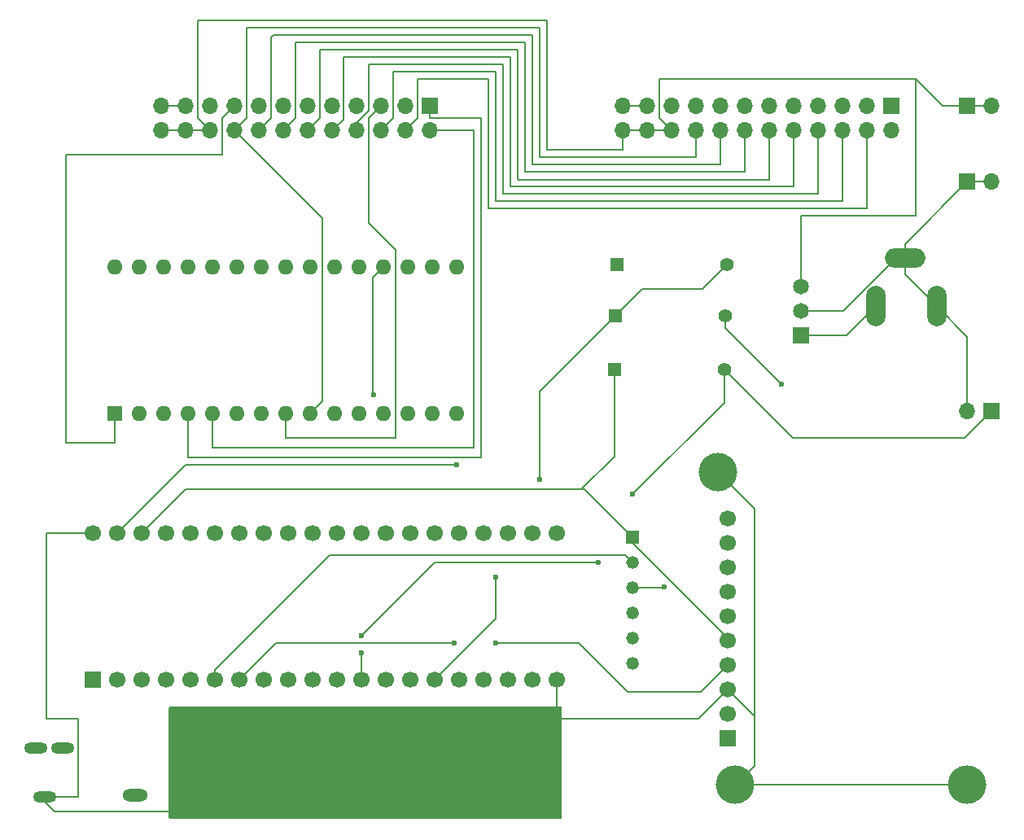
<source format=gbr>
%TF.GenerationSoftware,KiCad,Pcbnew,8.0.6*%
%TF.CreationDate,2025-09-07T21:00:42+02:00*%
%TF.ProjectId,main_board,6d61696e-5f62-46f6-9172-642e6b696361,rev?*%
%TF.SameCoordinates,Original*%
%TF.FileFunction,Copper,L1,Top*%
%TF.FilePolarity,Positive*%
%FSLAX46Y46*%
G04 Gerber Fmt 4.6, Leading zero omitted, Abs format (unit mm)*
G04 Created by KiCad (PCBNEW 8.0.6) date 2025-09-07 21:00:42*
%MOMM*%
%LPD*%
G01*
G04 APERTURE LIST*
%TA.AperFunction,ComponentPad*%
%ADD10R,1.700000X1.700000*%
%TD*%
%TA.AperFunction,ComponentPad*%
%ADD11O,1.700000X1.700000*%
%TD*%
%TA.AperFunction,ComponentPad*%
%ADD12R,1.320800X1.320800*%
%TD*%
%TA.AperFunction,ComponentPad*%
%ADD13C,1.320800*%
%TD*%
%TA.AperFunction,ComponentPad*%
%ADD14O,2.400000X1.200000*%
%TD*%
%TA.AperFunction,ComponentPad*%
%ADD15O,2.616000X1.308000*%
%TD*%
%TA.AperFunction,ComponentPad*%
%ADD16R,1.397000X1.397000*%
%TD*%
%TA.AperFunction,ComponentPad*%
%ADD17C,1.397000*%
%TD*%
%TA.AperFunction,ComponentPad*%
%ADD18R,1.600000X1.600000*%
%TD*%
%TA.AperFunction,ComponentPad*%
%ADD19O,1.600000X1.600000*%
%TD*%
%TA.AperFunction,ComponentPad*%
%ADD20C,1.700000*%
%TD*%
%TA.AperFunction,ComponentPad*%
%ADD21R,1.651000X1.651000*%
%TD*%
%TA.AperFunction,ComponentPad*%
%ADD22C,1.651000*%
%TD*%
%TA.AperFunction,ComponentPad*%
%ADD23O,2.000000X4.200000*%
%TD*%
%TA.AperFunction,ComponentPad*%
%ADD24O,4.200000X2.000000*%
%TD*%
%TA.AperFunction,ComponentPad*%
%ADD25C,4.000000*%
%TD*%
%TA.AperFunction,ViaPad*%
%ADD26C,0.600000*%
%TD*%
%TA.AperFunction,Conductor*%
%ADD27C,0.200000*%
%TD*%
G04 APERTURE END LIST*
D10*
X178562000Y-53340000D03*
D11*
X178562000Y-55880000D03*
X176022000Y-53340000D03*
X176022000Y-55880000D03*
X173482000Y-53340000D03*
X173482000Y-55880000D03*
X170942000Y-53340000D03*
X170942000Y-55880000D03*
X168402000Y-53340000D03*
X168402000Y-55880000D03*
X165862000Y-53340000D03*
X165862000Y-55880000D03*
X163322000Y-53340000D03*
X163322000Y-55880000D03*
X160782000Y-53340000D03*
X160782000Y-55880000D03*
X158242000Y-53340000D03*
X158242000Y-55880000D03*
X155702000Y-53340000D03*
X155702000Y-55880000D03*
X153162000Y-53340000D03*
X153162000Y-55880000D03*
X150622000Y-53340000D03*
X150622000Y-55880000D03*
D10*
X186436000Y-61214000D03*
D11*
X188976000Y-61214000D03*
D12*
X151638000Y-98221800D03*
D13*
X151638000Y-100838000D03*
X151638000Y-103454200D03*
X151638000Y-106070400D03*
X151638000Y-108686600D03*
X151638000Y-111302800D03*
D10*
X186436000Y-53340000D03*
D11*
X188976000Y-53340000D03*
D14*
X92352000Y-120142000D03*
X89552000Y-120142000D03*
D15*
X99852000Y-125002000D03*
D14*
X90452000Y-125222000D03*
D16*
X149733000Y-80772000D03*
D17*
X161163000Y-80772000D03*
D18*
X97790000Y-85334000D03*
D19*
X100330000Y-85334000D03*
X102870000Y-85334000D03*
X105410000Y-85334000D03*
X107950000Y-85334000D03*
X110490000Y-85334000D03*
X113030000Y-85334000D03*
X115570000Y-85334000D03*
X118110000Y-85334000D03*
X120650000Y-85334000D03*
X123190000Y-85334000D03*
X125730000Y-85334000D03*
X128270000Y-85334000D03*
X130810000Y-85334000D03*
X133350000Y-85334000D03*
X133350000Y-70094000D03*
X130810000Y-70094000D03*
X128270000Y-70094000D03*
X125730000Y-70094000D03*
X123190000Y-70094000D03*
X120650000Y-70094000D03*
X118110000Y-70094000D03*
X115570000Y-70094000D03*
X113030000Y-70094000D03*
X110490000Y-70094000D03*
X107950000Y-70094000D03*
X105410000Y-70094000D03*
X102870000Y-70094000D03*
X100330000Y-70094000D03*
X97790000Y-70094000D03*
D16*
X149987000Y-69850000D03*
D17*
X161417000Y-69850000D03*
D16*
X149860000Y-75184000D03*
D17*
X161290000Y-75184000D03*
D10*
X95504000Y-113030000D03*
D20*
X98044000Y-113030000D03*
X100584000Y-113030000D03*
X103124000Y-113030000D03*
X105664000Y-113030000D03*
X108204000Y-113030000D03*
X110744000Y-113030000D03*
X113284000Y-113030000D03*
X115824000Y-113030000D03*
X118364000Y-113030000D03*
X120904000Y-113030000D03*
X123444000Y-113030000D03*
X125984000Y-113030000D03*
X128524000Y-113030000D03*
X131064000Y-113030000D03*
X133604000Y-113030000D03*
X136144000Y-113030000D03*
X138684000Y-113030000D03*
X141224000Y-113030000D03*
X143764000Y-113030000D03*
X143764000Y-97790000D03*
X141224000Y-97790000D03*
X138684000Y-97790000D03*
X136144000Y-97790000D03*
X133604000Y-97790000D03*
X131064000Y-97790000D03*
X128524000Y-97790000D03*
X125984000Y-97790000D03*
X123444000Y-97790000D03*
X120904000Y-97790000D03*
X118364000Y-97790000D03*
X115824000Y-97790000D03*
X113284000Y-97790000D03*
X110744000Y-97790000D03*
X108204000Y-97790000D03*
X105664000Y-97790000D03*
X103124000Y-97790000D03*
X100584000Y-97790000D03*
X98044000Y-97790000D03*
X95504000Y-97790000D03*
D21*
X169164000Y-77216000D03*
D22*
X169164000Y-74676000D03*
X169164000Y-72136000D03*
D10*
X130556000Y-53340000D03*
D11*
X130556000Y-55880000D03*
X128016000Y-53340000D03*
X128016000Y-55880000D03*
X125476000Y-53340000D03*
X125476000Y-55880000D03*
X122936000Y-53340000D03*
X122936000Y-55880000D03*
X120396000Y-53340000D03*
X120396000Y-55880000D03*
X117856000Y-53340000D03*
X117856000Y-55880000D03*
X115316000Y-53340000D03*
X115316000Y-55880000D03*
X112776000Y-53340000D03*
X112776000Y-55880000D03*
X110236000Y-53340000D03*
X110236000Y-55880000D03*
X107696000Y-53340000D03*
X107696000Y-55880000D03*
X105156000Y-53340000D03*
X105156000Y-55880000D03*
X102616000Y-53340000D03*
X102616000Y-55880000D03*
D23*
X176954000Y-74168000D03*
X183254000Y-74168000D03*
D24*
X179954000Y-69168000D03*
D10*
X188976000Y-85090000D03*
D11*
X186436000Y-85090000D03*
D10*
X161544000Y-119126000D03*
D20*
X161544000Y-116586000D03*
X161544000Y-114046000D03*
X161544000Y-111506000D03*
X161544000Y-108966000D03*
X161544000Y-106426000D03*
X161544000Y-103886000D03*
X161544000Y-101346000D03*
X161544000Y-98806000D03*
X161544000Y-96266000D03*
D25*
X186436000Y-123952000D03*
X162306000Y-123952000D03*
X160528000Y-91440000D03*
D26*
X124714000Y-83404000D03*
X167132000Y-82296000D03*
X133350000Y-90678000D03*
X137414000Y-102362000D03*
X141986000Y-92202000D03*
X133096000Y-109220000D03*
X137414000Y-109220000D03*
X154940000Y-103378000D03*
X151638000Y-93726000D03*
X123444000Y-110236000D03*
X123444000Y-108458000D03*
X148082000Y-100838000D03*
D27*
X141986000Y-58674000D02*
X158242000Y-58674000D01*
X111506000Y-54610000D02*
X111506000Y-45212000D01*
X111506000Y-45212000D02*
X141986000Y-45212000D01*
X141986000Y-45212000D02*
X141986000Y-58674000D01*
X119380000Y-84064000D02*
X118110000Y-85334000D01*
X119380000Y-65024000D02*
X119380000Y-84064000D01*
X110236000Y-55880000D02*
X111506000Y-54610000D01*
X110236000Y-55880000D02*
X119380000Y-65024000D01*
X158242000Y-58674000D02*
X158242000Y-55880000D01*
X138938000Y-48260000D02*
X138938000Y-61722000D01*
X120396000Y-55880000D02*
X121546000Y-54730000D01*
X138938000Y-61722000D02*
X168402000Y-61722000D01*
X168402000Y-61722000D02*
X168402000Y-55880000D01*
X121546000Y-54730000D02*
X121546000Y-48260000D01*
X121546000Y-48260000D02*
X138938000Y-48260000D01*
X122936000Y-55118000D02*
X124206000Y-53848000D01*
X138176000Y-62484000D02*
X170942000Y-62484000D01*
X138176000Y-49022000D02*
X138176000Y-62484000D01*
X170942000Y-62484000D02*
X170942000Y-55880000D01*
X124206000Y-53848000D02*
X124206000Y-49022000D01*
X124206000Y-49022000D02*
X138176000Y-49022000D01*
X122936000Y-55880000D02*
X122936000Y-55118000D01*
X119126000Y-54610000D02*
X119126000Y-47498000D01*
X139700000Y-47498000D02*
X139700000Y-60960000D01*
X117856000Y-55880000D02*
X119126000Y-54610000D01*
X119126000Y-47498000D02*
X139700000Y-47498000D01*
X165824000Y-60998000D02*
X165862000Y-60960000D01*
X165862000Y-60960000D02*
X165862000Y-55880000D01*
X139738000Y-60998000D02*
X165824000Y-60998000D01*
X139700000Y-60960000D02*
X139738000Y-60998000D01*
X164306000Y-95218000D02*
X160528000Y-91440000D01*
X90678000Y-117094000D02*
X90678000Y-97790000D01*
X166878000Y-82042000D02*
X161290000Y-76454000D01*
X179954000Y-67696000D02*
X186436000Y-61214000D01*
X93980000Y-125222000D02*
X93980000Y-117094000D01*
X161290000Y-76454000D02*
X161290000Y-75184000D01*
X124630000Y-83320000D02*
X124714000Y-83404000D01*
X186436000Y-123952000D02*
X162306000Y-123952000D01*
X158496000Y-117094000D02*
X143764000Y-117094000D01*
X150622000Y-53340000D02*
X153162000Y-53340000D01*
X186436000Y-85090000D02*
X186436000Y-77350000D01*
X186436000Y-77350000D02*
X183254000Y-74168000D01*
X179954000Y-70868000D02*
X183254000Y-74168000D01*
X93980000Y-117094000D02*
X90678000Y-117094000D01*
X166878000Y-82042000D02*
X167132000Y-82296000D01*
X89944000Y-125222000D02*
X93980000Y-125222000D01*
X143764000Y-117094000D02*
X143764000Y-113030000D01*
X179954000Y-69168000D02*
X179954000Y-70868000D01*
X164306000Y-121952000D02*
X164306000Y-95218000D01*
X91468000Y-126746000D02*
X89944000Y-125222000D01*
X179015522Y-69168000D02*
X173507522Y-74676000D01*
X102616000Y-53340000D02*
X105156000Y-53340000D01*
X124630000Y-71194000D02*
X124630000Y-83320000D01*
X125730000Y-70094000D02*
X124630000Y-71194000D01*
X179954000Y-69168000D02*
X179954000Y-67696000D01*
X164306000Y-121952000D02*
X162306000Y-123952000D01*
X103632000Y-126746000D02*
X104648000Y-126746000D01*
X164306000Y-116808000D02*
X164306000Y-121952000D01*
X173507522Y-74676000D02*
X169164000Y-74676000D01*
X91468000Y-126746000D02*
X103632000Y-126746000D01*
X188976000Y-61214000D02*
X186436000Y-61214000D01*
X161544000Y-114046000D02*
X158496000Y-117094000D01*
X161544000Y-114046000D02*
X164306000Y-116808000D01*
X179954000Y-69168000D02*
X179015522Y-69168000D01*
X90678000Y-97790000D02*
X95504000Y-97790000D01*
X92710000Y-88392000D02*
X97790000Y-88392000D01*
X108966000Y-58420000D02*
X92710000Y-58420000D01*
X97790000Y-88392000D02*
X97790000Y-85334000D01*
X110236000Y-53340000D02*
X108966000Y-54610000D01*
X108966000Y-54610000D02*
X108966000Y-58420000D01*
X92710000Y-58420000D02*
X92710000Y-88392000D01*
X126746000Y-54610000D02*
X126746000Y-49784000D01*
X137414000Y-49784000D02*
X137414000Y-63246000D01*
X126746000Y-49784000D02*
X137414000Y-49784000D01*
X125476000Y-55880000D02*
X126746000Y-54610000D01*
X173482000Y-63246000D02*
X173482000Y-55880000D01*
X137414000Y-63246000D02*
X173482000Y-63246000D01*
X130556000Y-53340000D02*
X130556000Y-54610000D01*
X130556000Y-54610000D02*
X135890000Y-54610000D01*
X135890000Y-89916000D02*
X105410000Y-89916000D01*
X135890000Y-54610000D02*
X135890000Y-89916000D01*
X105410000Y-89916000D02*
X105410000Y-85334000D01*
X141224000Y-59436000D02*
X160782000Y-59436000D01*
X114046000Y-46228000D02*
X114300000Y-45974000D01*
X141224000Y-45974000D02*
X141224000Y-59436000D01*
X112776000Y-55880000D02*
X114046000Y-54610000D01*
X160782000Y-59436000D02*
X160782000Y-55880000D01*
X114300000Y-45974000D02*
X141224000Y-45974000D01*
X114046000Y-54610000D02*
X114046000Y-46228000D01*
X127000000Y-68326000D02*
X124206000Y-65532000D01*
X124206000Y-65532000D02*
X124206000Y-54610000D01*
X115570000Y-87884000D02*
X127000000Y-87884000D01*
X127000000Y-87884000D02*
X127000000Y-68326000D01*
X124206000Y-54610000D02*
X125476000Y-53340000D01*
X115570000Y-85334000D02*
X115570000Y-87884000D01*
X133350000Y-90678000D02*
X105156000Y-90678000D01*
X105156000Y-90678000D02*
X98044000Y-97790000D01*
X173906000Y-77216000D02*
X169164000Y-77216000D01*
X176954000Y-74168000D02*
X173906000Y-77216000D01*
X107950000Y-88900000D02*
X107950000Y-85334000D01*
X135128000Y-88900000D02*
X107950000Y-88900000D01*
X130556000Y-55880000D02*
X135128000Y-55880000D01*
X135128000Y-55880000D02*
X135128000Y-88900000D01*
X116586000Y-46736000D02*
X140462000Y-46736000D01*
X163322000Y-60198000D02*
X163322000Y-55880000D01*
X115316000Y-55880000D02*
X116586000Y-54610000D01*
X116586000Y-54610000D02*
X116586000Y-46736000D01*
X140462000Y-60198000D02*
X163322000Y-60198000D01*
X140462000Y-46736000D02*
X140462000Y-60198000D01*
X128016000Y-55880000D02*
X129286000Y-54610000D01*
X129286000Y-54610000D02*
X129286000Y-50546000D01*
X136652000Y-64008000D02*
X176022000Y-64008000D01*
X129286000Y-50546000D02*
X136652000Y-50546000D01*
X176022000Y-64008000D02*
X176022000Y-55880000D01*
X136652000Y-50546000D02*
X136652000Y-64008000D01*
X151638000Y-98806000D02*
X161544000Y-108712000D01*
X149733000Y-89789000D02*
X146304000Y-93218000D01*
X100584000Y-97790000D02*
X105156000Y-93218000D01*
X146634200Y-93218000D02*
X151638000Y-98221800D01*
X105156000Y-93218000D02*
X146304000Y-93218000D01*
X151638000Y-98221800D02*
X151638000Y-98806000D01*
X161544000Y-108712000D02*
X161544000Y-108966000D01*
X146304000Y-93218000D02*
X146634200Y-93218000D01*
X149733000Y-80772000D02*
X149733000Y-89789000D01*
X152654000Y-72390000D02*
X149860000Y-75184000D01*
X137414000Y-106680000D02*
X137414000Y-102362000D01*
X161417000Y-69850000D02*
X158877000Y-72390000D01*
X141986000Y-83058000D02*
X149860000Y-75184000D01*
X141986000Y-92202000D02*
X141986000Y-83058000D01*
X158877000Y-72390000D02*
X152654000Y-72390000D01*
X131064000Y-113030000D02*
X137414000Y-106680000D01*
X150622000Y-57912000D02*
X150622000Y-55880000D01*
X153162000Y-55880000D02*
X155702000Y-55880000D01*
X106426000Y-54610000D02*
X106426000Y-44450000D01*
X107696000Y-55880000D02*
X106426000Y-54610000D01*
X183896000Y-53340000D02*
X181102000Y-50546000D01*
X186436000Y-53340000D02*
X183896000Y-53340000D01*
X150622000Y-55880000D02*
X153162000Y-55880000D01*
X188976000Y-53340000D02*
X186436000Y-53340000D01*
X142748000Y-57912000D02*
X150622000Y-57912000D01*
X105156000Y-55880000D02*
X107696000Y-55880000D01*
X169164000Y-64770000D02*
X181102000Y-64770000D01*
X154432000Y-50546000D02*
X154432000Y-54610000D01*
X106426000Y-44450000D02*
X142748000Y-44450000D01*
X154432000Y-54610000D02*
X155702000Y-55880000D01*
X102616000Y-55880000D02*
X105156000Y-55880000D01*
X181102000Y-64770000D02*
X181102000Y-50546000D01*
X169164000Y-71628000D02*
X169164000Y-64770000D01*
X142748000Y-44450000D02*
X142748000Y-57912000D01*
X181102000Y-50546000D02*
X154432000Y-50546000D01*
X158750000Y-114300000D02*
X161544000Y-111506000D01*
X151130000Y-114300000D02*
X158750000Y-114300000D01*
X137414000Y-109220000D02*
X146050000Y-109220000D01*
X146050000Y-109220000D02*
X151130000Y-114300000D01*
X110744000Y-113030000D02*
X114554000Y-109220000D01*
X114554000Y-109220000D02*
X133096000Y-109220000D01*
X110744000Y-113030000D02*
X110998000Y-113030000D01*
X108204000Y-113030000D02*
X108204000Y-112014000D01*
X150876000Y-100076000D02*
X151638000Y-100838000D01*
X120142000Y-100076000D02*
X150876000Y-100076000D01*
X108204000Y-112014000D02*
X120142000Y-100076000D01*
X154863800Y-103454200D02*
X151638000Y-103454200D01*
X154940000Y-103378000D02*
X154863800Y-103454200D01*
X188976000Y-85090000D02*
X186182000Y-87884000D01*
X161163000Y-84201000D02*
X161163000Y-80772000D01*
X131064000Y-100838000D02*
X148082000Y-100838000D01*
X151638000Y-93726000D02*
X161163000Y-84201000D01*
X123444000Y-108458000D02*
X131064000Y-100838000D01*
X168275000Y-87884000D02*
X161163000Y-80772000D01*
X186182000Y-87884000D02*
X168275000Y-87884000D01*
X123444000Y-113030000D02*
X123444000Y-110236000D01*
%TA.AperFunction,Conductor*%
G36*
X144215039Y-115843685D02*
G01*
X144260794Y-115896489D01*
X144272000Y-115948000D01*
X144272000Y-127384000D01*
X144252315Y-127451039D01*
X144199511Y-127496794D01*
X144148000Y-127508000D01*
X103502000Y-127508000D01*
X103434961Y-127488315D01*
X103389206Y-127435511D01*
X103378000Y-127384000D01*
X103378000Y-115948000D01*
X103397685Y-115880961D01*
X103450489Y-115835206D01*
X103502000Y-115824000D01*
X144148000Y-115824000D01*
X144215039Y-115843685D01*
G37*
%TD.AperFunction*%
M02*

</source>
